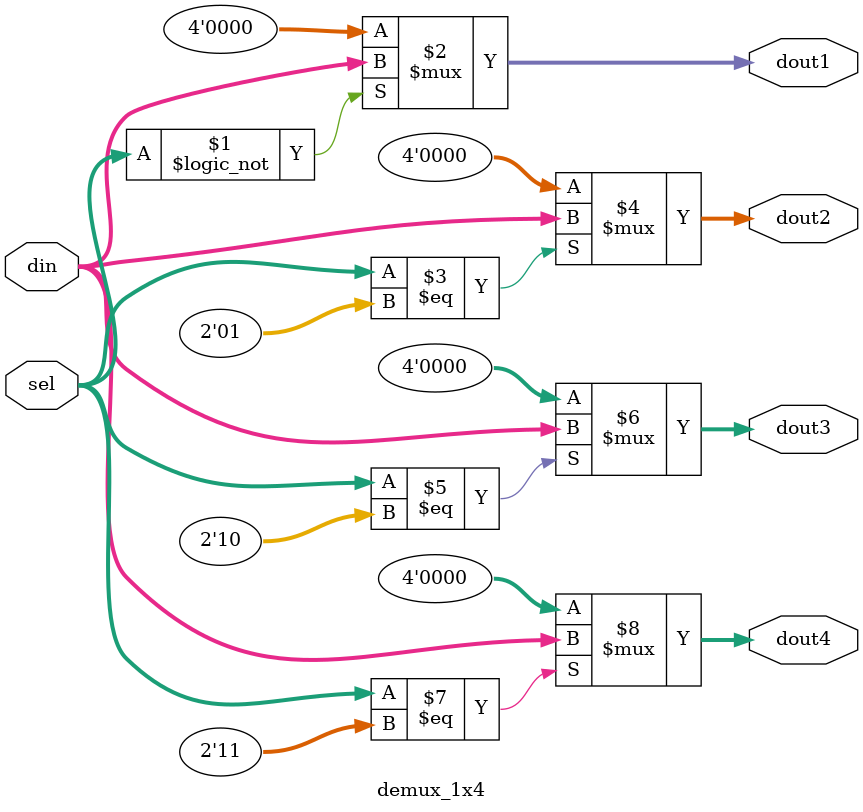
<source format=v>
 module demux_1x4(input [3:0] din,
                  input [1:0] sel, 
				  output [3:0] dout1, dout2, dout3, dout4
				  );

   assign dout1 = (sel == 2'b00)? din: 4'b0000;
   assign dout2 = (sel == 2'b01)? din: 4'b0000;
   assign dout3 = (sel == 2'b10)? din: 4'b0000;
   assign dout4 = (sel == 2'b11)? din: 4'b0000;

   

 endmodule
</source>
